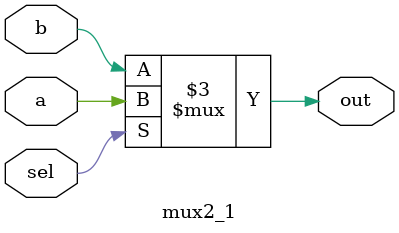
<source format=v>
module mux2_1(
    input wire a,b,sel,
    output reg out);

    always@(a,b,sel)
    begin
        if(sel)     out = a;
        else        out = b;
    end
endmodule

// case     是全等的比较
// casex    只比较0和1,对X,Z不比较认为1
// casez    只比较0和1,对X不比较
</source>
